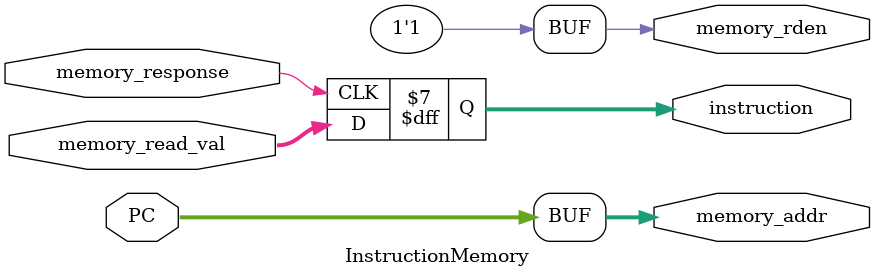
<source format=v>
`ifndef __INSTRUCTIONMEMORY_V__
`define __INSTRUCTIONMEMORY_V__

module InstructionMemory (
	input wire [31:0] PC,
	output reg [31:0] instruction,
	output reg [31:0] memory_addr,
	output reg memory_rden,
	input wire [31:0] memory_read_val,
	input wire memory_response
	);

	always @ (PC)
	begin
		memory_addr <= PC;
		memory_rden <= 1'b1;
	end

	always @ (posedge memory_response)
	begin
		if (memory_rden)
		begin
			instruction <= memory_read_val;
			memory_rden <= 1'b0;
		end
	end

endmodule

`endif /*__INSTRUCTIONMEMORY_V__*/

</source>
